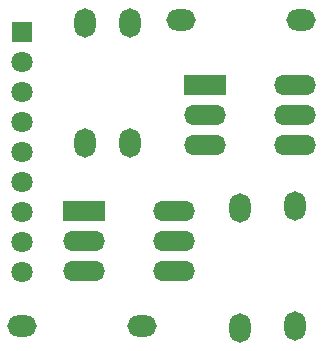
<source format=gtl>
%FSTAX23Y23*%
%MOIN*%
%SFA1B1*%

%IPPOS*%
%ADD10O,0.098430X0.070870*%
%ADD11R,0.140000X0.068000*%
%ADD12O,0.140000X0.068000*%
%ADD13C,0.070870*%
%ADD14R,0.070870X0.070870*%
%ADD15O,0.070870X0.098430*%
%LNsignalisolator-1*%
%LPD*%
G54D10*
X03185Y02435D03*
X02785D03*
X03715Y03455D03*
X03315D03*
G54D11*
X03395Y0324D03*
X0299Y0282D03*
G54D12*
X03395Y0314D03*
Y0304D03*
X03695Y0324D03*
Y0314D03*
Y0304D03*
X0299Y0272D03*
Y0262D03*
X0329Y0282D03*
Y0272D03*
Y0262D03*
G54D13*
X02785Y03215D03*
Y02615D03*
Y02715D03*
Y02815D03*
Y02915D03*
Y03015D03*
Y03115D03*
Y03315D03*
G54D14*
X02785Y03415D03*
G54D15*
X03145Y03445D03*
Y03045D03*
X0351Y0283D03*
Y0243D03*
X02995Y03045D03*
Y03445D03*
X03695Y02835D03*
Y02435D03*
M02*
</source>
